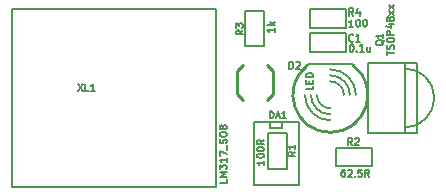
<source format=gbr>
G04 #@! TF.FileFunction,Legend,Top*
%FSLAX46Y46*%
G04 Gerber Fmt 4.6, Leading zero omitted, Abs format (unit mm)*
G04 Created by KiCad (PCBNEW (after 2015-mar-04 BZR unknown)-product) date 25.04.2015 22:10:00*
%MOMM*%
G01*
G04 APERTURE LIST*
%ADD10C,0.100000*%
%ADD11C,0.150000*%
%ADD12C,0.254000*%
%ADD13C,0.203200*%
%ADD14C,0.152400*%
%ADD15C,0.127000*%
%ADD16C,0.149860*%
G04 APERTURE END LIST*
D10*
D11*
X179300000Y-87800000D02*
X179300000Y-88600000D01*
X179300000Y-88600000D02*
X176300000Y-88600000D01*
X176300000Y-88600000D02*
X176300000Y-87000000D01*
X176300000Y-87000000D02*
X179300000Y-87000000D01*
X179300000Y-87000000D02*
X179300000Y-87800000D01*
D12*
X170098860Y-90199240D02*
X170098860Y-92200760D01*
X170098860Y-92200760D02*
X170599240Y-92701140D01*
X170599240Y-89698860D02*
X170098860Y-90199240D01*
X172600760Y-92701140D02*
X173101140Y-92200760D01*
X173101140Y-92200760D02*
X173101140Y-90199240D01*
X173101140Y-90199240D02*
X172600760Y-89698860D01*
D13*
X179905000Y-89655200D02*
X176095000Y-89655200D01*
D12*
X176092332Y-89708003D02*
G75*
G03X179905000Y-89706000I1907668J-2537997D01*
G01*
D14*
X176857000Y-92246000D02*
G75*
G03X178000000Y-93389000I1143000J0D01*
G01*
X179143000Y-92246000D02*
G75*
G03X178000000Y-91103000I-1143000J0D01*
G01*
X176349000Y-92246000D02*
G75*
G03X178000000Y-93897000I1651000J0D01*
G01*
X179651000Y-92246000D02*
G75*
G03X178000000Y-90595000I-1651000J0D01*
G01*
X175841000Y-92246000D02*
G75*
G03X178000000Y-94405000I2159000J0D01*
G01*
X180159000Y-92246000D02*
G75*
G03X178000000Y-90087000I-2159000J0D01*
G01*
D15*
X171622000Y-94533000D02*
X171495000Y-94533000D01*
X171495000Y-94533000D02*
X171495000Y-99867000D01*
X175305000Y-99867000D02*
X175305000Y-94533000D01*
X175305000Y-94533000D02*
X171622000Y-94533000D01*
X173908000Y-94533000D02*
X173908000Y-95041000D01*
X173908000Y-95041000D02*
X172892000Y-95041000D01*
X172892000Y-95041000D02*
X172892000Y-94533000D01*
X175305000Y-99867000D02*
X171495000Y-99867000D01*
D11*
X173500000Y-95500000D02*
X174300000Y-95500000D01*
X174300000Y-95500000D02*
X174300000Y-98500000D01*
X174300000Y-98500000D02*
X172700000Y-98500000D01*
X172700000Y-98500000D02*
X172700000Y-95500000D01*
X172700000Y-95500000D02*
X173500000Y-95500000D01*
X178500000Y-97500000D02*
X178500000Y-96700000D01*
X178500000Y-96700000D02*
X181500000Y-96700000D01*
X181500000Y-96700000D02*
X181500000Y-98300000D01*
X181500000Y-98300000D02*
X178500000Y-98300000D01*
X178500000Y-98300000D02*
X178500000Y-97500000D01*
X171600000Y-88100000D02*
X170800000Y-88100000D01*
X170800000Y-88100000D02*
X170800000Y-85100000D01*
X170800000Y-85100000D02*
X172400000Y-85100000D01*
X172400000Y-85100000D02*
X172400000Y-88100000D01*
X172400000Y-88100000D02*
X171600000Y-88100000D01*
X179300000Y-85800000D02*
X179300000Y-86600000D01*
X179300000Y-86600000D02*
X176300000Y-86600000D01*
X176300000Y-86600000D02*
X176300000Y-85000000D01*
X176300000Y-85000000D02*
X179300000Y-85000000D01*
X179300000Y-85000000D02*
X179300000Y-85800000D01*
X168300000Y-92500000D02*
X168300000Y-85000000D01*
X168300000Y-85000000D02*
X151000000Y-85000000D01*
X151000000Y-85000000D02*
X151000000Y-100000000D01*
X151000000Y-100000000D02*
X168300000Y-100000000D01*
D16*
X168299940Y-100000620D02*
X168299940Y-92500000D01*
D11*
X184300000Y-95500000D02*
X184300000Y-89500000D01*
X184300000Y-95000000D02*
G75*
G03X186800000Y-92500000I0J2500000D01*
G01*
X186800000Y-92500000D02*
G75*
G03X184300000Y-90000000I-2500000J0D01*
G01*
X182500000Y-95500000D02*
X181200000Y-95500000D01*
X181200000Y-95500000D02*
X181200000Y-89500000D01*
X181200000Y-89500000D02*
X182500000Y-89500000D01*
X182500000Y-89500000D02*
X185300000Y-89500000D01*
X185300000Y-89500000D02*
X185300000Y-95500000D01*
X185300000Y-95500000D02*
X182500000Y-95500000D01*
X179950000Y-87664286D02*
X179921429Y-87692857D01*
X179835715Y-87721429D01*
X179778572Y-87721429D01*
X179692857Y-87692857D01*
X179635715Y-87635714D01*
X179607143Y-87578571D01*
X179578572Y-87464286D01*
X179578572Y-87378571D01*
X179607143Y-87264286D01*
X179635715Y-87207143D01*
X179692857Y-87150000D01*
X179778572Y-87121429D01*
X179835715Y-87121429D01*
X179921429Y-87150000D01*
X179950000Y-87178571D01*
X180521429Y-87721429D02*
X180178572Y-87721429D01*
X180350000Y-87721429D02*
X180350000Y-87121429D01*
X180292857Y-87207143D01*
X180235715Y-87264286D01*
X180178572Y-87292857D01*
X179771429Y-87971429D02*
X179828572Y-87971429D01*
X179885715Y-88000000D01*
X179914286Y-88028571D01*
X179942857Y-88085714D01*
X179971429Y-88200000D01*
X179971429Y-88342857D01*
X179942857Y-88457143D01*
X179914286Y-88514286D01*
X179885715Y-88542857D01*
X179828572Y-88571429D01*
X179771429Y-88571429D01*
X179714286Y-88542857D01*
X179685715Y-88514286D01*
X179657143Y-88457143D01*
X179628572Y-88342857D01*
X179628572Y-88200000D01*
X179657143Y-88085714D01*
X179685715Y-88028571D01*
X179714286Y-88000000D01*
X179771429Y-87971429D01*
X180228572Y-88514286D02*
X180257144Y-88542857D01*
X180228572Y-88571429D01*
X180200001Y-88542857D01*
X180228572Y-88514286D01*
X180228572Y-88571429D01*
X180828572Y-88571429D02*
X180485715Y-88571429D01*
X180657143Y-88571429D02*
X180657143Y-87971429D01*
X180600000Y-88057143D01*
X180542858Y-88114286D01*
X180485715Y-88142857D01*
X181342858Y-88171429D02*
X181342858Y-88571429D01*
X181085715Y-88171429D02*
X181085715Y-88485714D01*
X181114287Y-88542857D01*
X181171429Y-88571429D01*
X181257144Y-88571429D01*
X181314287Y-88542857D01*
X181342858Y-88514286D01*
X174507143Y-90021429D02*
X174507143Y-89421429D01*
X174650000Y-89421429D01*
X174735715Y-89450000D01*
X174792857Y-89507143D01*
X174821429Y-89564286D01*
X174850000Y-89678571D01*
X174850000Y-89764286D01*
X174821429Y-89878571D01*
X174792857Y-89935714D01*
X174735715Y-89992857D01*
X174650000Y-90021429D01*
X174507143Y-90021429D01*
X175078572Y-89478571D02*
X175107143Y-89450000D01*
X175164286Y-89421429D01*
X175307143Y-89421429D01*
X175364286Y-89450000D01*
X175392857Y-89478571D01*
X175421429Y-89535714D01*
X175421429Y-89592857D01*
X175392857Y-89678571D01*
X175050000Y-90021429D01*
X175421429Y-90021429D01*
D16*
X176521175Y-91485354D02*
X176521175Y-91770801D01*
X175921735Y-91770801D01*
X176207183Y-91285540D02*
X176207183Y-91085727D01*
X176521175Y-91000093D02*
X176521175Y-91285540D01*
X175921735Y-91285540D01*
X175921735Y-91000093D01*
X176521175Y-90743190D02*
X175921735Y-90743190D01*
X175921735Y-90600466D01*
X175950280Y-90514832D01*
X176007370Y-90457743D01*
X176064459Y-90429198D01*
X176178638Y-90400653D01*
X176264272Y-90400653D01*
X176378451Y-90429198D01*
X176435541Y-90457743D01*
X176492630Y-90514832D01*
X176521175Y-90600466D01*
X176521175Y-90743190D01*
D11*
X172850000Y-94221429D02*
X172850000Y-93621429D01*
X172992857Y-93621429D01*
X173078572Y-93650000D01*
X173135714Y-93707143D01*
X173164286Y-93764286D01*
X173192857Y-93878571D01*
X173192857Y-93964286D01*
X173164286Y-94078571D01*
X173135714Y-94135714D01*
X173078572Y-94192857D01*
X172992857Y-94221429D01*
X172850000Y-94221429D01*
X173421429Y-94050000D02*
X173707143Y-94050000D01*
X173364286Y-94221429D02*
X173564286Y-93621429D01*
X173764286Y-94221429D01*
X174278572Y-94221429D02*
X173935715Y-94221429D01*
X174107143Y-94221429D02*
X174107143Y-93621429D01*
X174050000Y-93707143D01*
X173992858Y-93764286D01*
X173935715Y-93792857D01*
X169221429Y-99378572D02*
X169221429Y-99664286D01*
X168621429Y-99664286D01*
X169221429Y-99178572D02*
X168621429Y-99178572D01*
X169050000Y-98978572D01*
X168621429Y-98778572D01*
X169221429Y-98778572D01*
X168621429Y-98550001D02*
X168621429Y-98178572D01*
X168850000Y-98378572D01*
X168850000Y-98292858D01*
X168878571Y-98235715D01*
X168907143Y-98207144D01*
X168964286Y-98178572D01*
X169107143Y-98178572D01*
X169164286Y-98207144D01*
X169192857Y-98235715D01*
X169221429Y-98292858D01*
X169221429Y-98464286D01*
X169192857Y-98521429D01*
X169164286Y-98550001D01*
X169221429Y-97607143D02*
X169221429Y-97950000D01*
X169221429Y-97778572D02*
X168621429Y-97778572D01*
X168707143Y-97835715D01*
X168764286Y-97892857D01*
X168792857Y-97950000D01*
X168621429Y-97407143D02*
X168621429Y-97007143D01*
X169221429Y-97264286D01*
X169278571Y-96921428D02*
X169278571Y-96464285D01*
X169192857Y-96349999D02*
X169221429Y-96264285D01*
X169221429Y-96121428D01*
X169192857Y-96064285D01*
X169164286Y-96035714D01*
X169107143Y-96007142D01*
X169050000Y-96007142D01*
X168992857Y-96035714D01*
X168964286Y-96064285D01*
X168935714Y-96121428D01*
X168907143Y-96235714D01*
X168878571Y-96292856D01*
X168850000Y-96321428D01*
X168792857Y-96349999D01*
X168735714Y-96349999D01*
X168678571Y-96321428D01*
X168650000Y-96292856D01*
X168621429Y-96235714D01*
X168621429Y-96092856D01*
X168650000Y-96007142D01*
X168621429Y-95635713D02*
X168621429Y-95521427D01*
X168650000Y-95464285D01*
X168707143Y-95407142D01*
X168821429Y-95378570D01*
X169021429Y-95378570D01*
X169135714Y-95407142D01*
X169192857Y-95464285D01*
X169221429Y-95521427D01*
X169221429Y-95635713D01*
X169192857Y-95692856D01*
X169135714Y-95749999D01*
X169021429Y-95778570D01*
X168821429Y-95778570D01*
X168707143Y-95749999D01*
X168650000Y-95692856D01*
X168621429Y-95635713D01*
X168878571Y-95035714D02*
X168850000Y-95092856D01*
X168821429Y-95121428D01*
X168764286Y-95149999D01*
X168735714Y-95149999D01*
X168678571Y-95121428D01*
X168650000Y-95092856D01*
X168621429Y-95035714D01*
X168621429Y-94921428D01*
X168650000Y-94864285D01*
X168678571Y-94835714D01*
X168735714Y-94807142D01*
X168764286Y-94807142D01*
X168821429Y-94835714D01*
X168850000Y-94864285D01*
X168878571Y-94921428D01*
X168878571Y-95035714D01*
X168907143Y-95092856D01*
X168935714Y-95121428D01*
X168992857Y-95149999D01*
X169107143Y-95149999D01*
X169164286Y-95121428D01*
X169192857Y-95092856D01*
X169221429Y-95035714D01*
X169221429Y-94921428D01*
X169192857Y-94864285D01*
X169164286Y-94835714D01*
X169107143Y-94807142D01*
X168992857Y-94807142D01*
X168935714Y-94835714D01*
X168907143Y-94864285D01*
X168878571Y-94921428D01*
X175041429Y-97036500D02*
X174755714Y-97236500D01*
X175041429Y-97379357D02*
X174441429Y-97379357D01*
X174441429Y-97150785D01*
X174470000Y-97093643D01*
X174498571Y-97065071D01*
X174555714Y-97036500D01*
X174641429Y-97036500D01*
X174698571Y-97065071D01*
X174727143Y-97093643D01*
X174755714Y-97150785D01*
X174755714Y-97379357D01*
X175041429Y-96465071D02*
X175041429Y-96807928D01*
X175041429Y-96636500D02*
X174441429Y-96636500D01*
X174527143Y-96693643D01*
X174584286Y-96750785D01*
X174612857Y-96807928D01*
X172371889Y-97799060D02*
X172371889Y-98141917D01*
X172371889Y-97970489D02*
X171771889Y-97970489D01*
X171857603Y-98027632D01*
X171914746Y-98084774D01*
X171943317Y-98141917D01*
X171771889Y-97427631D02*
X171771889Y-97370488D01*
X171800460Y-97313345D01*
X171829031Y-97284774D01*
X171886174Y-97256203D01*
X172000460Y-97227631D01*
X172143317Y-97227631D01*
X172257603Y-97256203D01*
X172314746Y-97284774D01*
X172343317Y-97313345D01*
X172371889Y-97370488D01*
X172371889Y-97427631D01*
X172343317Y-97484774D01*
X172314746Y-97513345D01*
X172257603Y-97541917D01*
X172143317Y-97570488D01*
X172000460Y-97570488D01*
X171886174Y-97541917D01*
X171829031Y-97513345D01*
X171800460Y-97484774D01*
X171771889Y-97427631D01*
X171771889Y-96856202D02*
X171771889Y-96799059D01*
X171800460Y-96741916D01*
X171829031Y-96713345D01*
X171886174Y-96684774D01*
X172000460Y-96656202D01*
X172143317Y-96656202D01*
X172257603Y-96684774D01*
X172314746Y-96713345D01*
X172343317Y-96741916D01*
X172371889Y-96799059D01*
X172371889Y-96856202D01*
X172343317Y-96913345D01*
X172314746Y-96941916D01*
X172257603Y-96970488D01*
X172143317Y-96999059D01*
X172000460Y-96999059D01*
X171886174Y-96970488D01*
X171829031Y-96941916D01*
X171800460Y-96913345D01*
X171771889Y-96856202D01*
X172371889Y-96056202D02*
X172086174Y-96256202D01*
X172371889Y-96399059D02*
X171771889Y-96399059D01*
X171771889Y-96170487D01*
X171800460Y-96113345D01*
X171829031Y-96084773D01*
X171886174Y-96056202D01*
X171971889Y-96056202D01*
X172029031Y-96084773D01*
X172057603Y-96113345D01*
X172086174Y-96170487D01*
X172086174Y-96399059D01*
X179836500Y-96501429D02*
X179636500Y-96215714D01*
X179493643Y-96501429D02*
X179493643Y-95901429D01*
X179722215Y-95901429D01*
X179779357Y-95930000D01*
X179807929Y-95958571D01*
X179836500Y-96015714D01*
X179836500Y-96101429D01*
X179807929Y-96158571D01*
X179779357Y-96187143D01*
X179722215Y-96215714D01*
X179493643Y-96215714D01*
X180065072Y-95958571D02*
X180093643Y-95930000D01*
X180150786Y-95901429D01*
X180293643Y-95901429D01*
X180350786Y-95930000D01*
X180379357Y-95958571D01*
X180407929Y-96015714D01*
X180407929Y-96072857D01*
X180379357Y-96158571D01*
X180036500Y-96501429D01*
X180407929Y-96501429D01*
X179199060Y-98570969D02*
X179084774Y-98570969D01*
X179027631Y-98599540D01*
X178999060Y-98628111D01*
X178941917Y-98713826D01*
X178913346Y-98828111D01*
X178913346Y-99056683D01*
X178941917Y-99113826D01*
X178970489Y-99142397D01*
X179027631Y-99170969D01*
X179141917Y-99170969D01*
X179199060Y-99142397D01*
X179227631Y-99113826D01*
X179256203Y-99056683D01*
X179256203Y-98913826D01*
X179227631Y-98856683D01*
X179199060Y-98828111D01*
X179141917Y-98799540D01*
X179027631Y-98799540D01*
X178970489Y-98828111D01*
X178941917Y-98856683D01*
X178913346Y-98913826D01*
X179484775Y-98628111D02*
X179513346Y-98599540D01*
X179570489Y-98570969D01*
X179713346Y-98570969D01*
X179770489Y-98599540D01*
X179799060Y-98628111D01*
X179827632Y-98685254D01*
X179827632Y-98742397D01*
X179799060Y-98828111D01*
X179456203Y-99170969D01*
X179827632Y-99170969D01*
X180084775Y-99113826D02*
X180113347Y-99142397D01*
X180084775Y-99170969D01*
X180056204Y-99142397D01*
X180084775Y-99113826D01*
X180084775Y-99170969D01*
X180656203Y-98570969D02*
X180370489Y-98570969D01*
X180341918Y-98856683D01*
X180370489Y-98828111D01*
X180427632Y-98799540D01*
X180570489Y-98799540D01*
X180627632Y-98828111D01*
X180656203Y-98856683D01*
X180684775Y-98913826D01*
X180684775Y-99056683D01*
X180656203Y-99113826D01*
X180627632Y-99142397D01*
X180570489Y-99170969D01*
X180427632Y-99170969D01*
X180370489Y-99142397D01*
X180341918Y-99113826D01*
X181284775Y-99170969D02*
X181084775Y-98885254D01*
X180941918Y-99170969D02*
X180941918Y-98570969D01*
X181170490Y-98570969D01*
X181227632Y-98599540D01*
X181256204Y-98628111D01*
X181284775Y-98685254D01*
X181284775Y-98770969D01*
X181256204Y-98828111D01*
X181227632Y-98856683D01*
X181170490Y-98885254D01*
X180941918Y-98885254D01*
X170601429Y-86763500D02*
X170315714Y-86963500D01*
X170601429Y-87106357D02*
X170001429Y-87106357D01*
X170001429Y-86877785D01*
X170030000Y-86820643D01*
X170058571Y-86792071D01*
X170115714Y-86763500D01*
X170201429Y-86763500D01*
X170258571Y-86792071D01*
X170287143Y-86820643D01*
X170315714Y-86877785D01*
X170315714Y-87106357D01*
X170001429Y-86563500D02*
X170001429Y-86192071D01*
X170230000Y-86392071D01*
X170230000Y-86306357D01*
X170258571Y-86249214D01*
X170287143Y-86220643D01*
X170344286Y-86192071D01*
X170487143Y-86192071D01*
X170544286Y-86220643D01*
X170572857Y-86249214D01*
X170601429Y-86306357D01*
X170601429Y-86477785D01*
X170572857Y-86534928D01*
X170544286Y-86563500D01*
X173270969Y-86572368D02*
X173270969Y-86915225D01*
X173270969Y-86743797D02*
X172670969Y-86743797D01*
X172756683Y-86800940D01*
X172813826Y-86858082D01*
X172842397Y-86915225D01*
X173270969Y-86315225D02*
X172670969Y-86315225D01*
X173042397Y-86258082D02*
X173270969Y-86086653D01*
X172870969Y-86086653D02*
X173099540Y-86315225D01*
X179950000Y-85521429D02*
X179750000Y-85235714D01*
X179607143Y-85521429D02*
X179607143Y-84921429D01*
X179835715Y-84921429D01*
X179892857Y-84950000D01*
X179921429Y-84978571D01*
X179950000Y-85035714D01*
X179950000Y-85121429D01*
X179921429Y-85178571D01*
X179892857Y-85207143D01*
X179835715Y-85235714D01*
X179607143Y-85235714D01*
X180464286Y-85121429D02*
X180464286Y-85521429D01*
X180321429Y-84892857D02*
X180178572Y-85321429D01*
X180550000Y-85321429D01*
X179950000Y-86471429D02*
X179607143Y-86471429D01*
X179778571Y-86471429D02*
X179778571Y-85871429D01*
X179721428Y-85957143D01*
X179664286Y-86014286D01*
X179607143Y-86042857D01*
X180321429Y-85871429D02*
X180378572Y-85871429D01*
X180435715Y-85900000D01*
X180464286Y-85928571D01*
X180492857Y-85985714D01*
X180521429Y-86100000D01*
X180521429Y-86242857D01*
X180492857Y-86357143D01*
X180464286Y-86414286D01*
X180435715Y-86442857D01*
X180378572Y-86471429D01*
X180321429Y-86471429D01*
X180264286Y-86442857D01*
X180235715Y-86414286D01*
X180207143Y-86357143D01*
X180178572Y-86242857D01*
X180178572Y-86100000D01*
X180207143Y-85985714D01*
X180235715Y-85928571D01*
X180264286Y-85900000D01*
X180321429Y-85871429D01*
X180892858Y-85871429D02*
X180950001Y-85871429D01*
X181007144Y-85900000D01*
X181035715Y-85928571D01*
X181064286Y-85985714D01*
X181092858Y-86100000D01*
X181092858Y-86242857D01*
X181064286Y-86357143D01*
X181035715Y-86414286D01*
X181007144Y-86442857D01*
X180950001Y-86471429D01*
X180892858Y-86471429D01*
X180835715Y-86442857D01*
X180807144Y-86414286D01*
X180778572Y-86357143D01*
X180750001Y-86242857D01*
X180750001Y-86100000D01*
X180778572Y-85985714D01*
X180807144Y-85928571D01*
X180835715Y-85900000D01*
X180892858Y-85871429D01*
X156621428Y-91321429D02*
X157021428Y-91921429D01*
X157021428Y-91321429D02*
X156621428Y-91921429D01*
X157535714Y-91921429D02*
X157250000Y-91921429D01*
X157250000Y-91321429D01*
X158050000Y-91921429D02*
X157707143Y-91921429D01*
X157878571Y-91921429D02*
X157878571Y-91321429D01*
X157821428Y-91407143D01*
X157764286Y-91464286D01*
X157707143Y-91492857D01*
X182528571Y-87607143D02*
X182500000Y-87664286D01*
X182442857Y-87721429D01*
X182357143Y-87807143D01*
X182328571Y-87864286D01*
X182328571Y-87921429D01*
X182471429Y-87892857D02*
X182442857Y-87950000D01*
X182385714Y-88007143D01*
X182271429Y-88035714D01*
X182071429Y-88035714D01*
X181957143Y-88007143D01*
X181900000Y-87950000D01*
X181871429Y-87892857D01*
X181871429Y-87778571D01*
X181900000Y-87721429D01*
X181957143Y-87664286D01*
X182071429Y-87635714D01*
X182271429Y-87635714D01*
X182385714Y-87664286D01*
X182442857Y-87721429D01*
X182471429Y-87778571D01*
X182471429Y-87892857D01*
X182471429Y-87064286D02*
X182471429Y-87407143D01*
X182471429Y-87235715D02*
X181871429Y-87235715D01*
X181957143Y-87292858D01*
X182014286Y-87350000D01*
X182042857Y-87407143D01*
X182771429Y-88878571D02*
X182771429Y-88535714D01*
X183371429Y-88707143D02*
X182771429Y-88707143D01*
X183342857Y-88364285D02*
X183371429Y-88278571D01*
X183371429Y-88135714D01*
X183342857Y-88078571D01*
X183314286Y-88050000D01*
X183257143Y-88021428D01*
X183200000Y-88021428D01*
X183142857Y-88050000D01*
X183114286Y-88078571D01*
X183085714Y-88135714D01*
X183057143Y-88250000D01*
X183028571Y-88307142D01*
X183000000Y-88335714D01*
X182942857Y-88364285D01*
X182885714Y-88364285D01*
X182828571Y-88335714D01*
X182800000Y-88307142D01*
X182771429Y-88250000D01*
X182771429Y-88107142D01*
X182800000Y-88021428D01*
X182771429Y-87649999D02*
X182771429Y-87535713D01*
X182800000Y-87478571D01*
X182857143Y-87421428D01*
X182971429Y-87392856D01*
X183171429Y-87392856D01*
X183285714Y-87421428D01*
X183342857Y-87478571D01*
X183371429Y-87535713D01*
X183371429Y-87649999D01*
X183342857Y-87707142D01*
X183285714Y-87764285D01*
X183171429Y-87792856D01*
X182971429Y-87792856D01*
X182857143Y-87764285D01*
X182800000Y-87707142D01*
X182771429Y-87649999D01*
X183371429Y-87135714D02*
X182771429Y-87135714D01*
X182771429Y-86907142D01*
X182800000Y-86850000D01*
X182828571Y-86821428D01*
X182885714Y-86792857D01*
X182971429Y-86792857D01*
X183028571Y-86821428D01*
X183057143Y-86850000D01*
X183085714Y-86907142D01*
X183085714Y-87135714D01*
X182971429Y-86278571D02*
X183371429Y-86278571D01*
X182742857Y-86421428D02*
X183171429Y-86564285D01*
X183171429Y-86192857D01*
X183028571Y-85878571D02*
X183000000Y-85935713D01*
X182971429Y-85964285D01*
X182914286Y-85992856D01*
X182885714Y-85992856D01*
X182828571Y-85964285D01*
X182800000Y-85935713D01*
X182771429Y-85878571D01*
X182771429Y-85764285D01*
X182800000Y-85707142D01*
X182828571Y-85678571D01*
X182885714Y-85649999D01*
X182914286Y-85649999D01*
X182971429Y-85678571D01*
X183000000Y-85707142D01*
X183028571Y-85764285D01*
X183028571Y-85878571D01*
X183057143Y-85935713D01*
X183085714Y-85964285D01*
X183142857Y-85992856D01*
X183257143Y-85992856D01*
X183314286Y-85964285D01*
X183342857Y-85935713D01*
X183371429Y-85878571D01*
X183371429Y-85764285D01*
X183342857Y-85707142D01*
X183314286Y-85678571D01*
X183257143Y-85649999D01*
X183142857Y-85649999D01*
X183085714Y-85678571D01*
X183057143Y-85707142D01*
X183028571Y-85764285D01*
X183371429Y-85449999D02*
X182971429Y-85135713D01*
X182971429Y-85449999D02*
X183371429Y-85135713D01*
X183371429Y-84964285D02*
X182971429Y-84649999D01*
X182971429Y-84964285D02*
X183371429Y-84649999D01*
M02*

</source>
